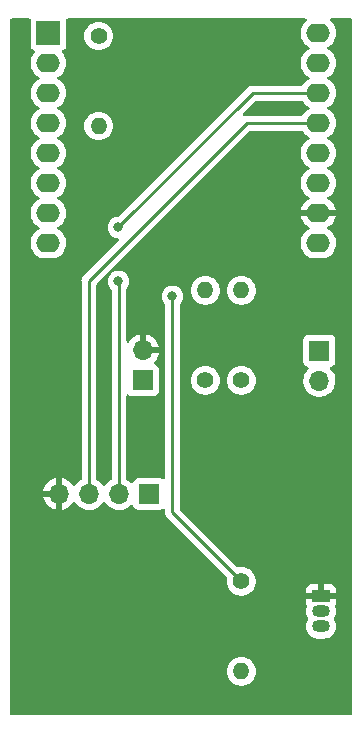
<source format=gbr>
%TF.GenerationSoftware,KiCad,Pcbnew,(6.0.9)*%
%TF.CreationDate,2023-04-16T11:33:14+02:00*%
%TF.ProjectId,PCB_zavrsni,5043425f-7a61-4767-9273-6e692e6b6963,rev?*%
%TF.SameCoordinates,Original*%
%TF.FileFunction,Copper,L2,Bot*%
%TF.FilePolarity,Positive*%
%FSLAX46Y46*%
G04 Gerber Fmt 4.6, Leading zero omitted, Abs format (unit mm)*
G04 Created by KiCad (PCBNEW (6.0.9)) date 2023-04-16 11:33:14*
%MOMM*%
%LPD*%
G01*
G04 APERTURE LIST*
%TA.AperFunction,ComponentPad*%
%ADD10C,1.400000*%
%TD*%
%TA.AperFunction,ComponentPad*%
%ADD11O,1.400000X1.400000*%
%TD*%
%TA.AperFunction,ComponentPad*%
%ADD12R,1.700000X1.700000*%
%TD*%
%TA.AperFunction,ComponentPad*%
%ADD13O,1.700000X1.700000*%
%TD*%
%TA.AperFunction,ComponentPad*%
%ADD14R,1.500000X1.050000*%
%TD*%
%TA.AperFunction,ComponentPad*%
%ADD15O,1.500000X1.050000*%
%TD*%
%TA.AperFunction,ComponentPad*%
%ADD16R,2.000000X2.000000*%
%TD*%
%TA.AperFunction,ComponentPad*%
%ADD17O,2.000000X1.600000*%
%TD*%
%TA.AperFunction,ViaPad*%
%ADD18C,0.800000*%
%TD*%
%TA.AperFunction,Conductor*%
%ADD19C,0.250000*%
%TD*%
G04 APERTURE END LIST*
D10*
%TO.P,R4,1*%
%TO.N,/SIGNAL*%
X212090000Y-90678000D03*
D11*
%TO.P,R4,2*%
%TO.N,/VCC*%
X212090000Y-98298000D03*
%TD*%
D12*
%TO.P,J1,1,Pin_1*%
%TO.N,/VCC*%
X204266000Y-83275000D03*
D13*
%TO.P,J1,2,Pin_2*%
%TO.N,/SCL*%
X201726000Y-83275000D03*
%TO.P,J1,3,Pin_3*%
%TO.N,/SDA*%
X199186000Y-83275000D03*
%TO.P,J1,4,Pin_4*%
%TO.N,/OUT-*%
X196646000Y-83275000D03*
%TD*%
D14*
%TO.P,U2,1,GND*%
%TO.N,/OUT-*%
X218842000Y-91948000D03*
D15*
%TO.P,U2,2,DQ*%
%TO.N,/SIGNAL*%
X218842000Y-93218000D03*
%TO.P,U2,3,VDD*%
%TO.N,/VCC*%
X218842000Y-94488000D03*
%TD*%
D16*
%TO.P,U1,1,~{RST}*%
%TO.N,/RST*%
X195750000Y-44250000D03*
D17*
%TO.P,U1,2,A0*%
%TO.N,/A0*%
X195750000Y-46790000D03*
%TO.P,U1,3,D0*%
%TO.N,/D0*%
X195750000Y-49330000D03*
%TO.P,U1,4,SCK/D5*%
%TO.N,/SIGNAL*%
X195750000Y-51870000D03*
%TO.P,U1,5,MISO/D6*%
%TO.N,/D6*%
X195750000Y-54410000D03*
%TO.P,U1,6,MOSI/D7*%
%TO.N,/D7*%
X195750000Y-56950000D03*
%TO.P,U1,7,CS/D8*%
%TO.N,/D8*%
X195750000Y-59490000D03*
%TO.P,U1,8,3V3*%
%TO.N,/VCC*%
X195750000Y-62030000D03*
%TO.P,U1,9,5V*%
%TO.N,/OUT+*%
X218610000Y-62030000D03*
%TO.P,U1,10,GND*%
%TO.N,/OUT-*%
X218610000Y-59490000D03*
%TO.P,U1,11,D4*%
%TO.N,/D4*%
X218610000Y-56950000D03*
%TO.P,U1,12,D3*%
%TO.N,/D3*%
X218610000Y-54410000D03*
%TO.P,U1,13,SDA/D2*%
%TO.N,/SDA*%
X218610000Y-51870000D03*
%TO.P,U1,14,SCL/D1*%
%TO.N,/SCL*%
X218610000Y-49330000D03*
%TO.P,U1,15,RX*%
%TO.N,/RX*%
X218610000Y-46790000D03*
%TO.P,U1,16,TX*%
%TO.N,/TX*%
X218610000Y-44250000D03*
%TD*%
D10*
%TO.P,R3,1*%
%TO.N,/RST*%
X200000000Y-44500000D03*
D11*
%TO.P,R3,2*%
%TO.N,/D0*%
X200000000Y-52120000D03*
%TD*%
D12*
%TO.P,J4,1,Pin_1*%
%TO.N,/BAT-*%
X203758000Y-73640000D03*
D13*
%TO.P,J4,2,Pin_2*%
%TO.N,/OUT-*%
X203758000Y-71100000D03*
%TD*%
D10*
%TO.P,R2,1*%
%TO.N,/BAT-*%
X209042000Y-73660000D03*
D11*
%TO.P,R2,2*%
%TO.N,/A0*%
X209042000Y-66040000D03*
%TD*%
D10*
%TO.P,R1,1*%
%TO.N,/BAT+*%
X212090000Y-73660000D03*
D11*
%TO.P,R1,2*%
%TO.N,/A0*%
X212090000Y-66040000D03*
%TD*%
D12*
%TO.P,J3,1,Pin_1*%
%TO.N,/OUT+*%
X218694000Y-71140000D03*
D13*
%TO.P,J3,2,Pin_2*%
%TO.N,/BAT+*%
X218694000Y-73680000D03*
%TD*%
D18*
%TO.N,/SIGNAL*%
X206248000Y-66548000D03*
%TO.N,/SCL*%
X201676000Y-65278000D03*
X201676000Y-60706000D03*
%TO.N,/OUT-*%
X213868000Y-50800000D03*
%TD*%
D19*
%TO.N,/SIGNAL*%
X206248000Y-84836000D02*
X212090000Y-90678000D01*
X206248000Y-66548000D02*
X206248000Y-84836000D01*
%TO.N,/SCL*%
X201676000Y-60706000D02*
X213052000Y-49330000D01*
X201726000Y-65328000D02*
X201726000Y-83275000D01*
X201676000Y-65278000D02*
X201726000Y-65328000D01*
X213052000Y-49330000D02*
X218610000Y-49330000D01*
%TO.N,/SDA*%
X212544000Y-51870000D02*
X199186000Y-65228000D01*
X199186000Y-65228000D02*
X199186000Y-83275000D01*
X218610000Y-51870000D02*
X212544000Y-51870000D01*
%TD*%
%TA.AperFunction,Conductor*%
%TO.N,/OUT-*%
G36*
X194190198Y-43028502D02*
G01*
X194236691Y-43082158D01*
X194247340Y-43148108D01*
X194241500Y-43201866D01*
X194241500Y-45298134D01*
X194248255Y-45360316D01*
X194299385Y-45496705D01*
X194386739Y-45613261D01*
X194503295Y-45700615D01*
X194511704Y-45703767D01*
X194511707Y-45703769D01*
X194527768Y-45709790D01*
X194584533Y-45752431D01*
X194609234Y-45818992D01*
X194594027Y-45888341D01*
X194572635Y-45916867D01*
X194543802Y-45945700D01*
X194412477Y-46133251D01*
X194410154Y-46138233D01*
X194410151Y-46138238D01*
X194318039Y-46335775D01*
X194315716Y-46340757D01*
X194256457Y-46561913D01*
X194236502Y-46790000D01*
X194256457Y-47018087D01*
X194315716Y-47239243D01*
X194318039Y-47244224D01*
X194318039Y-47244225D01*
X194410151Y-47441762D01*
X194410154Y-47441767D01*
X194412477Y-47446749D01*
X194543802Y-47634300D01*
X194705700Y-47796198D01*
X194710208Y-47799355D01*
X194710211Y-47799357D01*
X194788389Y-47854098D01*
X194893251Y-47927523D01*
X194898233Y-47929846D01*
X194898238Y-47929849D01*
X194932457Y-47945805D01*
X194985742Y-47992722D01*
X195005203Y-48060999D01*
X194984661Y-48128959D01*
X194932457Y-48174195D01*
X194898238Y-48190151D01*
X194898233Y-48190154D01*
X194893251Y-48192477D01*
X194788389Y-48265902D01*
X194710211Y-48320643D01*
X194710208Y-48320645D01*
X194705700Y-48323802D01*
X194543802Y-48485700D01*
X194412477Y-48673251D01*
X194410154Y-48678233D01*
X194410151Y-48678238D01*
X194325456Y-48859870D01*
X194315716Y-48880757D01*
X194256457Y-49101913D01*
X194236502Y-49330000D01*
X194256457Y-49558087D01*
X194315716Y-49779243D01*
X194318039Y-49784224D01*
X194318039Y-49784225D01*
X194410151Y-49981762D01*
X194410154Y-49981767D01*
X194412477Y-49986749D01*
X194543802Y-50174300D01*
X194705700Y-50336198D01*
X194710208Y-50339355D01*
X194710211Y-50339357D01*
X194788389Y-50394098D01*
X194893251Y-50467523D01*
X194898233Y-50469846D01*
X194898238Y-50469849D01*
X194932457Y-50485805D01*
X194985742Y-50532722D01*
X195005203Y-50600999D01*
X194984661Y-50668959D01*
X194932457Y-50714195D01*
X194898238Y-50730151D01*
X194898233Y-50730154D01*
X194893251Y-50732477D01*
X194788389Y-50805902D01*
X194710211Y-50860643D01*
X194710208Y-50860645D01*
X194705700Y-50863802D01*
X194543802Y-51025700D01*
X194412477Y-51213251D01*
X194410154Y-51218233D01*
X194410151Y-51218238D01*
X194323284Y-51404528D01*
X194315716Y-51420757D01*
X194314294Y-51426065D01*
X194314293Y-51426067D01*
X194292088Y-51508937D01*
X194256457Y-51641913D01*
X194236502Y-51870000D01*
X194256457Y-52098087D01*
X194257881Y-52103400D01*
X194257881Y-52103402D01*
X194263796Y-52125475D01*
X194315716Y-52319243D01*
X194318039Y-52324224D01*
X194318039Y-52324225D01*
X194410151Y-52521762D01*
X194410154Y-52521767D01*
X194412477Y-52526749D01*
X194543802Y-52714300D01*
X194705700Y-52876198D01*
X194710208Y-52879355D01*
X194710211Y-52879357D01*
X194744935Y-52903671D01*
X194893251Y-53007523D01*
X194898233Y-53009846D01*
X194898238Y-53009849D01*
X194932457Y-53025805D01*
X194985742Y-53072722D01*
X195005203Y-53140999D01*
X194984661Y-53208959D01*
X194932457Y-53254195D01*
X194898238Y-53270151D01*
X194898233Y-53270154D01*
X194893251Y-53272477D01*
X194807334Y-53332637D01*
X194710211Y-53400643D01*
X194710208Y-53400645D01*
X194705700Y-53403802D01*
X194543802Y-53565700D01*
X194412477Y-53753251D01*
X194410154Y-53758233D01*
X194410151Y-53758238D01*
X194318039Y-53955775D01*
X194315716Y-53960757D01*
X194256457Y-54181913D01*
X194236502Y-54410000D01*
X194256457Y-54638087D01*
X194315716Y-54859243D01*
X194318039Y-54864224D01*
X194318039Y-54864225D01*
X194410151Y-55061762D01*
X194410154Y-55061767D01*
X194412477Y-55066749D01*
X194543802Y-55254300D01*
X194705700Y-55416198D01*
X194710208Y-55419355D01*
X194710211Y-55419357D01*
X194788389Y-55474098D01*
X194893251Y-55547523D01*
X194898233Y-55549846D01*
X194898238Y-55549849D01*
X194932457Y-55565805D01*
X194985742Y-55612722D01*
X195005203Y-55680999D01*
X194984661Y-55748959D01*
X194932457Y-55794195D01*
X194898238Y-55810151D01*
X194898233Y-55810154D01*
X194893251Y-55812477D01*
X194788389Y-55885902D01*
X194710211Y-55940643D01*
X194710208Y-55940645D01*
X194705700Y-55943802D01*
X194543802Y-56105700D01*
X194412477Y-56293251D01*
X194410154Y-56298233D01*
X194410151Y-56298238D01*
X194318039Y-56495775D01*
X194315716Y-56500757D01*
X194256457Y-56721913D01*
X194236502Y-56950000D01*
X194256457Y-57178087D01*
X194315716Y-57399243D01*
X194318039Y-57404224D01*
X194318039Y-57404225D01*
X194410151Y-57601762D01*
X194410154Y-57601767D01*
X194412477Y-57606749D01*
X194543802Y-57794300D01*
X194705700Y-57956198D01*
X194710208Y-57959355D01*
X194710211Y-57959357D01*
X194788389Y-58014098D01*
X194893251Y-58087523D01*
X194898233Y-58089846D01*
X194898238Y-58089849D01*
X194932457Y-58105805D01*
X194985742Y-58152722D01*
X195005203Y-58220999D01*
X194984661Y-58288959D01*
X194932457Y-58334195D01*
X194898238Y-58350151D01*
X194898233Y-58350154D01*
X194893251Y-58352477D01*
X194788389Y-58425902D01*
X194710211Y-58480643D01*
X194710208Y-58480645D01*
X194705700Y-58483802D01*
X194543802Y-58645700D01*
X194412477Y-58833251D01*
X194410154Y-58838233D01*
X194410151Y-58838238D01*
X194410034Y-58838489D01*
X194315716Y-59040757D01*
X194256457Y-59261913D01*
X194236502Y-59490000D01*
X194256457Y-59718087D01*
X194257881Y-59723400D01*
X194257881Y-59723402D01*
X194289095Y-59839891D01*
X194315716Y-59939243D01*
X194318039Y-59944224D01*
X194318039Y-59944225D01*
X194410151Y-60141762D01*
X194410154Y-60141767D01*
X194412477Y-60146749D01*
X194485902Y-60251611D01*
X194539896Y-60328721D01*
X194543802Y-60334300D01*
X194705700Y-60496198D01*
X194710208Y-60499355D01*
X194710211Y-60499357D01*
X194725117Y-60509794D01*
X194893251Y-60627523D01*
X194898233Y-60629846D01*
X194898238Y-60629849D01*
X194932457Y-60645805D01*
X194985742Y-60692722D01*
X195005203Y-60760999D01*
X194984661Y-60828959D01*
X194932457Y-60874195D01*
X194898238Y-60890151D01*
X194898233Y-60890154D01*
X194893251Y-60892477D01*
X194879357Y-60902206D01*
X194710211Y-61020643D01*
X194710208Y-61020645D01*
X194705700Y-61023802D01*
X194543802Y-61185700D01*
X194540645Y-61190208D01*
X194540643Y-61190211D01*
X194485902Y-61268389D01*
X194412477Y-61373251D01*
X194410154Y-61378233D01*
X194410151Y-61378238D01*
X194318039Y-61575775D01*
X194315716Y-61580757D01*
X194314294Y-61586065D01*
X194314293Y-61586067D01*
X194301315Y-61634502D01*
X194256457Y-61801913D01*
X194236502Y-62030000D01*
X194256457Y-62258087D01*
X194315716Y-62479243D01*
X194318039Y-62484224D01*
X194318039Y-62484225D01*
X194410151Y-62681762D01*
X194410154Y-62681767D01*
X194412477Y-62686749D01*
X194543802Y-62874300D01*
X194705700Y-63036198D01*
X194710208Y-63039355D01*
X194710211Y-63039357D01*
X194788389Y-63094098D01*
X194893251Y-63167523D01*
X194898233Y-63169846D01*
X194898238Y-63169849D01*
X195095775Y-63261961D01*
X195100757Y-63264284D01*
X195106065Y-63265706D01*
X195106067Y-63265707D01*
X195316598Y-63322119D01*
X195316600Y-63322119D01*
X195321913Y-63323543D01*
X195421480Y-63332254D01*
X195490149Y-63338262D01*
X195490156Y-63338262D01*
X195492873Y-63338500D01*
X196007127Y-63338500D01*
X196009844Y-63338262D01*
X196009851Y-63338262D01*
X196078520Y-63332254D01*
X196178087Y-63323543D01*
X196183400Y-63322119D01*
X196183402Y-63322119D01*
X196393933Y-63265707D01*
X196393935Y-63265706D01*
X196399243Y-63264284D01*
X196404225Y-63261961D01*
X196601762Y-63169849D01*
X196601767Y-63169846D01*
X196606749Y-63167523D01*
X196711611Y-63094098D01*
X196789789Y-63039357D01*
X196789792Y-63039355D01*
X196794300Y-63036198D01*
X196956198Y-62874300D01*
X197087523Y-62686749D01*
X197089846Y-62681767D01*
X197089849Y-62681762D01*
X197181961Y-62484225D01*
X197181961Y-62484224D01*
X197184284Y-62479243D01*
X197243543Y-62258087D01*
X197263498Y-62030000D01*
X197243543Y-61801913D01*
X197198685Y-61634502D01*
X197185707Y-61586067D01*
X197185706Y-61586065D01*
X197184284Y-61580757D01*
X197181961Y-61575775D01*
X197089849Y-61378238D01*
X197089846Y-61378233D01*
X197087523Y-61373251D01*
X197014098Y-61268389D01*
X196959357Y-61190211D01*
X196959355Y-61190208D01*
X196956198Y-61185700D01*
X196794300Y-61023802D01*
X196789792Y-61020645D01*
X196789789Y-61020643D01*
X196620643Y-60902206D01*
X196606749Y-60892477D01*
X196601767Y-60890154D01*
X196601762Y-60890151D01*
X196567543Y-60874195D01*
X196514258Y-60827278D01*
X196494797Y-60759001D01*
X196515339Y-60691041D01*
X196567543Y-60645805D01*
X196601762Y-60629849D01*
X196601767Y-60629846D01*
X196606749Y-60627523D01*
X196774883Y-60509794D01*
X196789789Y-60499357D01*
X196789792Y-60499355D01*
X196794300Y-60496198D01*
X196956198Y-60334300D01*
X196960105Y-60328721D01*
X197014098Y-60251611D01*
X197087523Y-60146749D01*
X197089846Y-60141767D01*
X197089849Y-60141762D01*
X197181961Y-59944225D01*
X197181961Y-59944224D01*
X197184284Y-59939243D01*
X197210906Y-59839891D01*
X197242119Y-59723402D01*
X197242119Y-59723400D01*
X197243543Y-59718087D01*
X197263498Y-59490000D01*
X197243543Y-59261913D01*
X197184284Y-59040757D01*
X197089966Y-58838489D01*
X197089849Y-58838238D01*
X197089846Y-58838233D01*
X197087523Y-58833251D01*
X196956198Y-58645700D01*
X196794300Y-58483802D01*
X196789792Y-58480645D01*
X196789789Y-58480643D01*
X196711611Y-58425902D01*
X196606749Y-58352477D01*
X196601767Y-58350154D01*
X196601762Y-58350151D01*
X196567543Y-58334195D01*
X196514258Y-58287278D01*
X196494797Y-58219001D01*
X196515339Y-58151041D01*
X196567543Y-58105805D01*
X196601762Y-58089849D01*
X196601767Y-58089846D01*
X196606749Y-58087523D01*
X196711611Y-58014098D01*
X196789789Y-57959357D01*
X196789792Y-57959355D01*
X196794300Y-57956198D01*
X196956198Y-57794300D01*
X197087523Y-57606749D01*
X197089846Y-57601767D01*
X197089849Y-57601762D01*
X197181961Y-57404225D01*
X197181961Y-57404224D01*
X197184284Y-57399243D01*
X197243543Y-57178087D01*
X197263498Y-56950000D01*
X197243543Y-56721913D01*
X197184284Y-56500757D01*
X197181961Y-56495775D01*
X197089849Y-56298238D01*
X197089846Y-56298233D01*
X197087523Y-56293251D01*
X196956198Y-56105700D01*
X196794300Y-55943802D01*
X196789792Y-55940645D01*
X196789789Y-55940643D01*
X196711611Y-55885902D01*
X196606749Y-55812477D01*
X196601767Y-55810154D01*
X196601762Y-55810151D01*
X196567543Y-55794195D01*
X196514258Y-55747278D01*
X196494797Y-55679001D01*
X196515339Y-55611041D01*
X196567543Y-55565805D01*
X196601762Y-55549849D01*
X196601767Y-55549846D01*
X196606749Y-55547523D01*
X196711611Y-55474098D01*
X196789789Y-55419357D01*
X196789792Y-55419355D01*
X196794300Y-55416198D01*
X196956198Y-55254300D01*
X197087523Y-55066749D01*
X197089846Y-55061767D01*
X197089849Y-55061762D01*
X197181961Y-54864225D01*
X197181961Y-54864224D01*
X197184284Y-54859243D01*
X197243543Y-54638087D01*
X197263498Y-54410000D01*
X197243543Y-54181913D01*
X197184284Y-53960757D01*
X197181961Y-53955775D01*
X197089849Y-53758238D01*
X197089846Y-53758233D01*
X197087523Y-53753251D01*
X196956198Y-53565700D01*
X196794300Y-53403802D01*
X196789792Y-53400645D01*
X196789789Y-53400643D01*
X196692666Y-53332637D01*
X196606749Y-53272477D01*
X196601767Y-53270154D01*
X196601762Y-53270151D01*
X196567543Y-53254195D01*
X196514258Y-53207278D01*
X196494797Y-53139001D01*
X196515339Y-53071041D01*
X196567543Y-53025805D01*
X196601762Y-53009849D01*
X196601767Y-53009846D01*
X196606749Y-53007523D01*
X196755065Y-52903671D01*
X196789789Y-52879357D01*
X196789792Y-52879355D01*
X196794300Y-52876198D01*
X196956198Y-52714300D01*
X197087523Y-52526749D01*
X197089846Y-52521767D01*
X197089849Y-52521762D01*
X197181961Y-52324225D01*
X197181961Y-52324224D01*
X197184284Y-52319243D01*
X197236205Y-52125475D01*
X197237672Y-52120000D01*
X198786884Y-52120000D01*
X198805314Y-52330655D01*
X198860044Y-52534910D01*
X198862366Y-52539891D01*
X198862367Y-52539892D01*
X198870452Y-52557229D01*
X198949411Y-52726558D01*
X199070699Y-52899776D01*
X199220224Y-53049301D01*
X199393442Y-53170589D01*
X199398420Y-53172910D01*
X199398423Y-53172912D01*
X199580108Y-53257633D01*
X199585090Y-53259956D01*
X199590398Y-53261378D01*
X199590400Y-53261379D01*
X199784030Y-53313262D01*
X199784032Y-53313262D01*
X199789345Y-53314686D01*
X200000000Y-53333116D01*
X200210655Y-53314686D01*
X200215968Y-53313262D01*
X200215970Y-53313262D01*
X200409600Y-53261379D01*
X200409602Y-53261378D01*
X200414910Y-53259956D01*
X200419892Y-53257633D01*
X200601577Y-53172912D01*
X200601580Y-53172910D01*
X200606558Y-53170589D01*
X200779776Y-53049301D01*
X200929301Y-52899776D01*
X201050589Y-52726558D01*
X201129549Y-52557229D01*
X201137633Y-52539892D01*
X201137634Y-52539891D01*
X201139956Y-52534910D01*
X201194686Y-52330655D01*
X201213116Y-52120000D01*
X201194686Y-51909345D01*
X201139956Y-51705090D01*
X201137633Y-51700108D01*
X201052912Y-51518423D01*
X201052910Y-51518420D01*
X201050589Y-51513442D01*
X200929301Y-51340224D01*
X200779776Y-51190699D01*
X200606558Y-51069411D01*
X200601580Y-51067090D01*
X200601577Y-51067088D01*
X200419892Y-50982367D01*
X200419891Y-50982366D01*
X200414910Y-50980044D01*
X200409602Y-50978622D01*
X200409600Y-50978621D01*
X200215970Y-50926738D01*
X200215968Y-50926738D01*
X200210655Y-50925314D01*
X200000000Y-50906884D01*
X199789345Y-50925314D01*
X199784032Y-50926738D01*
X199784030Y-50926738D01*
X199590400Y-50978621D01*
X199590398Y-50978622D01*
X199585090Y-50980044D01*
X199580109Y-50982366D01*
X199580108Y-50982367D01*
X199398423Y-51067088D01*
X199398420Y-51067090D01*
X199393442Y-51069411D01*
X199220224Y-51190699D01*
X199070699Y-51340224D01*
X198949411Y-51513442D01*
X198947090Y-51518420D01*
X198947088Y-51518423D01*
X198862367Y-51700108D01*
X198860044Y-51705090D01*
X198805314Y-51909345D01*
X198786884Y-52120000D01*
X197237672Y-52120000D01*
X197242119Y-52103402D01*
X197242119Y-52103400D01*
X197243543Y-52098087D01*
X197263498Y-51870000D01*
X197243543Y-51641913D01*
X197207912Y-51508937D01*
X197185707Y-51426067D01*
X197185706Y-51426065D01*
X197184284Y-51420757D01*
X197176716Y-51404528D01*
X197089849Y-51218238D01*
X197089846Y-51218233D01*
X197087523Y-51213251D01*
X196956198Y-51025700D01*
X196794300Y-50863802D01*
X196789792Y-50860645D01*
X196789789Y-50860643D01*
X196711611Y-50805902D01*
X196606749Y-50732477D01*
X196601767Y-50730154D01*
X196601762Y-50730151D01*
X196567543Y-50714195D01*
X196514258Y-50667278D01*
X196494797Y-50599001D01*
X196515339Y-50531041D01*
X196567543Y-50485805D01*
X196601762Y-50469849D01*
X196601767Y-50469846D01*
X196606749Y-50467523D01*
X196711611Y-50394098D01*
X196789789Y-50339357D01*
X196789792Y-50339355D01*
X196794300Y-50336198D01*
X196956198Y-50174300D01*
X197087523Y-49986749D01*
X197089846Y-49981767D01*
X197089849Y-49981762D01*
X197181961Y-49784225D01*
X197181961Y-49784224D01*
X197184284Y-49779243D01*
X197243543Y-49558087D01*
X197263498Y-49330000D01*
X197243543Y-49101913D01*
X197184284Y-48880757D01*
X197174544Y-48859870D01*
X197089849Y-48678238D01*
X197089846Y-48678233D01*
X197087523Y-48673251D01*
X196956198Y-48485700D01*
X196794300Y-48323802D01*
X196789792Y-48320645D01*
X196789789Y-48320643D01*
X196711611Y-48265902D01*
X196606749Y-48192477D01*
X196601767Y-48190154D01*
X196601762Y-48190151D01*
X196567543Y-48174195D01*
X196514258Y-48127278D01*
X196494797Y-48059001D01*
X196515339Y-47991041D01*
X196567543Y-47945805D01*
X196601762Y-47929849D01*
X196601767Y-47929846D01*
X196606749Y-47927523D01*
X196711611Y-47854098D01*
X196789789Y-47799357D01*
X196789792Y-47799355D01*
X196794300Y-47796198D01*
X196956198Y-47634300D01*
X197087523Y-47446749D01*
X197089846Y-47441767D01*
X197089849Y-47441762D01*
X197181961Y-47244225D01*
X197181961Y-47244224D01*
X197184284Y-47239243D01*
X197243543Y-47018087D01*
X197263498Y-46790000D01*
X197243543Y-46561913D01*
X197184284Y-46340757D01*
X197181961Y-46335775D01*
X197089849Y-46138238D01*
X197089846Y-46138233D01*
X197087523Y-46133251D01*
X196956198Y-45945700D01*
X196927365Y-45916867D01*
X196893339Y-45854555D01*
X196898404Y-45783740D01*
X196940951Y-45726904D01*
X196972232Y-45709790D01*
X196988293Y-45703769D01*
X196988296Y-45703767D01*
X196996705Y-45700615D01*
X197113261Y-45613261D01*
X197200615Y-45496705D01*
X197251745Y-45360316D01*
X197258500Y-45298134D01*
X197258500Y-44500000D01*
X198786884Y-44500000D01*
X198805314Y-44710655D01*
X198860044Y-44914910D01*
X198949411Y-45106558D01*
X199070699Y-45279776D01*
X199220224Y-45429301D01*
X199393442Y-45550589D01*
X199398420Y-45552910D01*
X199398423Y-45552912D01*
X199580108Y-45637633D01*
X199585090Y-45639956D01*
X199590398Y-45641378D01*
X199590400Y-45641379D01*
X199784030Y-45693262D01*
X199784032Y-45693262D01*
X199789345Y-45694686D01*
X200000000Y-45713116D01*
X200210655Y-45694686D01*
X200215968Y-45693262D01*
X200215970Y-45693262D01*
X200409600Y-45641379D01*
X200409602Y-45641378D01*
X200414910Y-45639956D01*
X200419892Y-45637633D01*
X200601577Y-45552912D01*
X200601580Y-45552910D01*
X200606558Y-45550589D01*
X200779776Y-45429301D01*
X200929301Y-45279776D01*
X201050589Y-45106558D01*
X201139956Y-44914910D01*
X201194686Y-44710655D01*
X201213116Y-44500000D01*
X201194686Y-44289345D01*
X201139956Y-44085090D01*
X201137633Y-44080108D01*
X201052912Y-43898423D01*
X201052910Y-43898420D01*
X201050589Y-43893442D01*
X200929301Y-43720224D01*
X200779776Y-43570699D01*
X200606558Y-43449411D01*
X200601580Y-43447090D01*
X200601577Y-43447088D01*
X200419892Y-43362367D01*
X200419891Y-43362366D01*
X200414910Y-43360044D01*
X200409602Y-43358622D01*
X200409600Y-43358621D01*
X200215970Y-43306738D01*
X200215968Y-43306738D01*
X200210655Y-43305314D01*
X200000000Y-43286884D01*
X199789345Y-43305314D01*
X199784032Y-43306738D01*
X199784030Y-43306738D01*
X199590400Y-43358621D01*
X199590398Y-43358622D01*
X199585090Y-43360044D01*
X199580109Y-43362366D01*
X199580108Y-43362367D01*
X199398423Y-43447088D01*
X199398420Y-43447090D01*
X199393442Y-43449411D01*
X199220224Y-43570699D01*
X199070699Y-43720224D01*
X198949411Y-43893442D01*
X198947090Y-43898420D01*
X198947088Y-43898423D01*
X198862367Y-44080108D01*
X198860044Y-44085090D01*
X198805314Y-44289345D01*
X198786884Y-44500000D01*
X197258500Y-44500000D01*
X197258500Y-43201866D01*
X197252660Y-43148108D01*
X197265188Y-43078225D01*
X197313509Y-43026210D01*
X197377923Y-43008500D01*
X217502125Y-43008500D01*
X217570246Y-43028502D01*
X217616739Y-43082158D01*
X217626843Y-43152432D01*
X217597349Y-43217012D01*
X217574396Y-43237713D01*
X217570211Y-43240643D01*
X217570208Y-43240645D01*
X217565700Y-43243802D01*
X217403802Y-43405700D01*
X217272477Y-43593251D01*
X217270154Y-43598233D01*
X217270151Y-43598238D01*
X217215085Y-43716329D01*
X217175716Y-43800757D01*
X217116457Y-44021913D01*
X217096502Y-44250000D01*
X217116457Y-44478087D01*
X217117881Y-44483400D01*
X217117881Y-44483402D01*
X217123796Y-44505475D01*
X217175716Y-44699243D01*
X217178039Y-44704224D01*
X217178039Y-44704225D01*
X217270151Y-44901762D01*
X217270154Y-44901767D01*
X217272477Y-44906749D01*
X217403802Y-45094300D01*
X217565700Y-45256198D01*
X217570208Y-45259355D01*
X217570211Y-45259357D01*
X217630442Y-45301531D01*
X217753251Y-45387523D01*
X217758233Y-45389846D01*
X217758238Y-45389849D01*
X217792457Y-45405805D01*
X217845742Y-45452722D01*
X217865203Y-45520999D01*
X217844661Y-45588959D01*
X217792457Y-45634195D01*
X217758238Y-45650151D01*
X217758233Y-45650154D01*
X217753251Y-45652477D01*
X217692195Y-45695229D01*
X217570211Y-45780643D01*
X217570208Y-45780645D01*
X217565700Y-45783802D01*
X217403802Y-45945700D01*
X217272477Y-46133251D01*
X217270154Y-46138233D01*
X217270151Y-46138238D01*
X217178039Y-46335775D01*
X217175716Y-46340757D01*
X217116457Y-46561913D01*
X217096502Y-46790000D01*
X217116457Y-47018087D01*
X217175716Y-47239243D01*
X217178039Y-47244224D01*
X217178039Y-47244225D01*
X217270151Y-47441762D01*
X217270154Y-47441767D01*
X217272477Y-47446749D01*
X217403802Y-47634300D01*
X217565700Y-47796198D01*
X217570208Y-47799355D01*
X217570211Y-47799357D01*
X217648389Y-47854098D01*
X217753251Y-47927523D01*
X217758233Y-47929846D01*
X217758238Y-47929849D01*
X217792457Y-47945805D01*
X217845742Y-47992722D01*
X217865203Y-48060999D01*
X217844661Y-48128959D01*
X217792457Y-48174195D01*
X217758238Y-48190151D01*
X217758233Y-48190154D01*
X217753251Y-48192477D01*
X217648389Y-48265902D01*
X217570211Y-48320643D01*
X217570208Y-48320645D01*
X217565700Y-48323802D01*
X217403802Y-48485700D01*
X217400645Y-48490208D01*
X217400643Y-48490211D01*
X217293819Y-48642771D01*
X217238362Y-48687099D01*
X217190606Y-48696500D01*
X213130763Y-48696500D01*
X213119579Y-48695973D01*
X213112091Y-48694299D01*
X213104168Y-48694548D01*
X213044033Y-48696438D01*
X213040075Y-48696500D01*
X213012144Y-48696500D01*
X213008229Y-48696995D01*
X213008225Y-48696995D01*
X213008167Y-48697003D01*
X213008138Y-48697006D01*
X212996296Y-48697939D01*
X212952110Y-48699327D01*
X212934744Y-48704372D01*
X212932658Y-48704978D01*
X212913306Y-48708986D01*
X212901068Y-48710532D01*
X212901066Y-48710533D01*
X212893203Y-48711526D01*
X212852086Y-48727806D01*
X212840885Y-48731641D01*
X212798406Y-48743982D01*
X212791587Y-48748015D01*
X212791582Y-48748017D01*
X212780971Y-48754293D01*
X212763221Y-48762990D01*
X212744383Y-48770448D01*
X212737967Y-48775109D01*
X212737966Y-48775110D01*
X212708625Y-48796428D01*
X212698701Y-48802947D01*
X212667460Y-48821422D01*
X212667455Y-48821426D01*
X212660637Y-48825458D01*
X212646313Y-48839782D01*
X212631281Y-48852621D01*
X212614893Y-48864528D01*
X212586712Y-48898593D01*
X212578722Y-48907373D01*
X201725500Y-59760595D01*
X201663188Y-59794621D01*
X201636405Y-59797500D01*
X201580513Y-59797500D01*
X201574061Y-59798872D01*
X201574056Y-59798872D01*
X201487113Y-59817353D01*
X201393712Y-59837206D01*
X201387682Y-59839891D01*
X201387681Y-59839891D01*
X201225278Y-59912197D01*
X201225276Y-59912198D01*
X201219248Y-59914882D01*
X201213907Y-59918762D01*
X201213906Y-59918763D01*
X201185718Y-59939243D01*
X201064747Y-60027134D01*
X201060326Y-60032044D01*
X201060325Y-60032045D01*
X200961536Y-60141762D01*
X200936960Y-60169056D01*
X200841473Y-60334444D01*
X200782458Y-60516072D01*
X200762496Y-60706000D01*
X200763186Y-60712565D01*
X200768248Y-60760723D01*
X200782458Y-60895928D01*
X200841473Y-61077556D01*
X200936960Y-61242944D01*
X201064747Y-61384866D01*
X201219248Y-61497118D01*
X201225276Y-61499802D01*
X201225278Y-61499803D01*
X201387681Y-61572109D01*
X201393712Y-61574794D01*
X201487113Y-61594647D01*
X201574056Y-61613128D01*
X201574061Y-61613128D01*
X201580513Y-61614500D01*
X201599405Y-61614500D01*
X201667526Y-61634502D01*
X201714019Y-61688158D01*
X201724123Y-61758432D01*
X201694629Y-61823012D01*
X201688500Y-61829595D01*
X198793747Y-64724348D01*
X198785461Y-64731888D01*
X198778982Y-64736000D01*
X198773557Y-64741777D01*
X198732357Y-64785651D01*
X198729602Y-64788493D01*
X198709865Y-64808230D01*
X198707385Y-64811427D01*
X198699682Y-64820447D01*
X198669414Y-64852679D01*
X198665595Y-64859625D01*
X198665593Y-64859628D01*
X198659652Y-64870434D01*
X198648801Y-64886953D01*
X198636386Y-64902959D01*
X198633241Y-64910228D01*
X198633238Y-64910232D01*
X198618826Y-64943537D01*
X198613609Y-64954187D01*
X198592305Y-64992940D01*
X198590334Y-65000615D01*
X198590334Y-65000616D01*
X198587267Y-65012562D01*
X198580863Y-65031266D01*
X198572819Y-65049855D01*
X198571580Y-65057678D01*
X198571577Y-65057688D01*
X198565901Y-65093524D01*
X198563495Y-65105144D01*
X198552500Y-65147970D01*
X198552500Y-65168224D01*
X198550949Y-65187934D01*
X198547780Y-65207943D01*
X198548526Y-65215835D01*
X198551941Y-65251961D01*
X198552500Y-65263819D01*
X198552500Y-81996692D01*
X198532498Y-82064813D01*
X198484683Y-82108453D01*
X198459607Y-82121507D01*
X198455474Y-82124610D01*
X198455471Y-82124612D01*
X198285100Y-82252530D01*
X198280965Y-82255635D01*
X198255541Y-82282240D01*
X198187280Y-82353671D01*
X198126629Y-82417138D01*
X198123720Y-82421403D01*
X198123714Y-82421411D01*
X198111404Y-82439457D01*
X198019204Y-82574618D01*
X198018898Y-82575066D01*
X197963987Y-82620069D01*
X197893462Y-82628240D01*
X197829715Y-82596986D01*
X197809018Y-82572502D01*
X197728426Y-82447926D01*
X197722136Y-82439757D01*
X197578806Y-82282240D01*
X197571273Y-82275215D01*
X197404139Y-82143222D01*
X197395552Y-82137517D01*
X197209117Y-82034599D01*
X197199705Y-82030369D01*
X196998959Y-81959280D01*
X196988988Y-81956646D01*
X196917837Y-81943972D01*
X196904540Y-81945432D01*
X196900000Y-81959989D01*
X196900000Y-84593517D01*
X196904064Y-84607359D01*
X196917478Y-84609393D01*
X196924184Y-84608534D01*
X196934262Y-84606392D01*
X197138255Y-84545191D01*
X197147842Y-84541433D01*
X197339095Y-84447739D01*
X197347945Y-84442464D01*
X197521328Y-84318792D01*
X197529200Y-84312139D01*
X197680052Y-84161812D01*
X197686730Y-84153965D01*
X197814022Y-83976819D01*
X197815279Y-83977722D01*
X197862373Y-83934362D01*
X197932311Y-83922145D01*
X197997751Y-83949678D01*
X198025579Y-83981511D01*
X198085987Y-84080088D01*
X198232250Y-84248938D01*
X198404126Y-84391632D01*
X198597000Y-84504338D01*
X198805692Y-84584030D01*
X198810760Y-84585061D01*
X198810763Y-84585062D01*
X198905862Y-84604410D01*
X199024597Y-84628567D01*
X199029772Y-84628757D01*
X199029774Y-84628757D01*
X199242673Y-84636564D01*
X199242677Y-84636564D01*
X199247837Y-84636753D01*
X199252957Y-84636097D01*
X199252959Y-84636097D01*
X199464288Y-84609025D01*
X199464289Y-84609025D01*
X199469416Y-84608368D01*
X199474366Y-84606883D01*
X199678429Y-84545661D01*
X199678434Y-84545659D01*
X199683384Y-84544174D01*
X199883994Y-84445896D01*
X200065860Y-84316173D01*
X200224096Y-84158489D01*
X200354453Y-83977077D01*
X200355776Y-83978028D01*
X200402645Y-83934857D01*
X200472580Y-83922625D01*
X200538026Y-83950144D01*
X200565875Y-83981994D01*
X200625987Y-84080088D01*
X200772250Y-84248938D01*
X200944126Y-84391632D01*
X201137000Y-84504338D01*
X201345692Y-84584030D01*
X201350760Y-84585061D01*
X201350763Y-84585062D01*
X201445862Y-84604410D01*
X201564597Y-84628567D01*
X201569772Y-84628757D01*
X201569774Y-84628757D01*
X201782673Y-84636564D01*
X201782677Y-84636564D01*
X201787837Y-84636753D01*
X201792957Y-84636097D01*
X201792959Y-84636097D01*
X202004288Y-84609025D01*
X202004289Y-84609025D01*
X202009416Y-84608368D01*
X202014366Y-84606883D01*
X202218429Y-84545661D01*
X202218434Y-84545659D01*
X202223384Y-84544174D01*
X202423994Y-84445896D01*
X202605860Y-84316173D01*
X202714091Y-84208319D01*
X202776462Y-84174404D01*
X202847268Y-84179592D01*
X202904030Y-84222238D01*
X202921012Y-84253341D01*
X202965385Y-84371705D01*
X203052739Y-84488261D01*
X203169295Y-84575615D01*
X203305684Y-84626745D01*
X203367866Y-84633500D01*
X205164134Y-84633500D01*
X205226316Y-84626745D01*
X205362705Y-84575615D01*
X205402673Y-84545661D01*
X205412935Y-84537970D01*
X205479442Y-84513122D01*
X205548824Y-84528175D01*
X205599054Y-84578350D01*
X205614500Y-84638796D01*
X205614500Y-84757233D01*
X205613973Y-84768416D01*
X205612298Y-84775909D01*
X205612547Y-84783835D01*
X205612547Y-84783836D01*
X205614438Y-84843986D01*
X205614500Y-84847945D01*
X205614500Y-84875856D01*
X205614997Y-84879790D01*
X205614997Y-84879791D01*
X205615005Y-84879856D01*
X205615938Y-84891693D01*
X205617327Y-84935889D01*
X205622978Y-84955339D01*
X205626987Y-84974700D01*
X205629526Y-84994797D01*
X205632445Y-85002168D01*
X205632445Y-85002170D01*
X205645804Y-85035912D01*
X205649649Y-85047142D01*
X205661982Y-85089593D01*
X205666015Y-85096412D01*
X205666017Y-85096417D01*
X205672293Y-85107028D01*
X205680988Y-85124776D01*
X205688448Y-85143617D01*
X205693110Y-85150033D01*
X205693110Y-85150034D01*
X205714436Y-85179387D01*
X205720952Y-85189307D01*
X205743458Y-85227362D01*
X205757779Y-85241683D01*
X205770619Y-85256716D01*
X205782528Y-85273107D01*
X205788634Y-85278158D01*
X205816605Y-85301298D01*
X205825384Y-85309288D01*
X210862557Y-90346461D01*
X210896583Y-90408773D01*
X210897548Y-90457437D01*
X210896738Y-90462029D01*
X210895314Y-90467345D01*
X210876884Y-90678000D01*
X210895314Y-90888655D01*
X210896738Y-90893968D01*
X210896738Y-90893970D01*
X210939810Y-91054715D01*
X210950044Y-91092910D01*
X211039411Y-91284558D01*
X211160699Y-91457776D01*
X211310224Y-91607301D01*
X211483442Y-91728589D01*
X211488420Y-91730910D01*
X211488423Y-91730912D01*
X211670108Y-91815633D01*
X211675090Y-91817956D01*
X211680398Y-91819378D01*
X211680400Y-91819379D01*
X211874030Y-91871262D01*
X211874032Y-91871262D01*
X211879345Y-91872686D01*
X212090000Y-91891116D01*
X212300655Y-91872686D01*
X212305968Y-91871262D01*
X212305970Y-91871262D01*
X212499600Y-91819379D01*
X212499602Y-91819378D01*
X212504910Y-91817956D01*
X212509892Y-91815633D01*
X212691577Y-91730912D01*
X212691580Y-91730910D01*
X212696558Y-91728589D01*
X212771827Y-91675885D01*
X217584000Y-91675885D01*
X217588475Y-91691124D01*
X217589865Y-91692329D01*
X217597548Y-91694000D01*
X218569885Y-91694000D01*
X218585124Y-91689525D01*
X218586329Y-91688135D01*
X218588000Y-91680452D01*
X218588000Y-91675885D01*
X219096000Y-91675885D01*
X219100475Y-91691124D01*
X219101865Y-91692329D01*
X219109548Y-91694000D01*
X220081884Y-91694000D01*
X220097123Y-91689525D01*
X220098328Y-91688135D01*
X220099999Y-91680452D01*
X220099999Y-91378331D01*
X220099629Y-91371510D01*
X220094105Y-91320648D01*
X220090479Y-91305396D01*
X220045324Y-91184946D01*
X220036786Y-91169351D01*
X219960285Y-91067276D01*
X219947724Y-91054715D01*
X219845649Y-90978214D01*
X219830054Y-90969676D01*
X219709606Y-90924522D01*
X219694351Y-90920895D01*
X219643486Y-90915369D01*
X219636672Y-90915000D01*
X219114115Y-90915000D01*
X219098876Y-90919475D01*
X219097671Y-90920865D01*
X219096000Y-90928548D01*
X219096000Y-91675885D01*
X218588000Y-91675885D01*
X218588000Y-90933116D01*
X218583525Y-90917877D01*
X218582135Y-90916672D01*
X218574452Y-90915001D01*
X218047331Y-90915001D01*
X218040510Y-90915371D01*
X217989648Y-90920895D01*
X217974396Y-90924521D01*
X217853946Y-90969676D01*
X217838351Y-90978214D01*
X217736276Y-91054715D01*
X217723715Y-91067276D01*
X217647214Y-91169351D01*
X217638676Y-91184946D01*
X217593522Y-91305394D01*
X217589895Y-91320649D01*
X217584369Y-91371514D01*
X217584000Y-91378328D01*
X217584000Y-91675885D01*
X212771827Y-91675885D01*
X212869776Y-91607301D01*
X213019301Y-91457776D01*
X213140589Y-91284558D01*
X213229956Y-91092910D01*
X213240191Y-91054715D01*
X213283262Y-90893970D01*
X213283262Y-90893968D01*
X213284686Y-90888655D01*
X213303116Y-90678000D01*
X213284686Y-90467345D01*
X213268992Y-90408773D01*
X213231379Y-90268400D01*
X213231378Y-90268398D01*
X213229956Y-90263090D01*
X213140589Y-90071442D01*
X213019301Y-89898224D01*
X212869776Y-89748699D01*
X212696558Y-89627411D01*
X212691580Y-89625090D01*
X212691577Y-89625088D01*
X212509892Y-89540367D01*
X212509891Y-89540366D01*
X212504910Y-89538044D01*
X212499602Y-89536622D01*
X212499600Y-89536621D01*
X212305970Y-89484738D01*
X212305968Y-89484738D01*
X212300655Y-89483314D01*
X212090000Y-89464884D01*
X212084525Y-89465363D01*
X211884816Y-89482835D01*
X211884812Y-89482836D01*
X211879345Y-89483314D01*
X211874039Y-89484736D01*
X211869439Y-89485547D01*
X211798879Y-89477679D01*
X211758462Y-89450557D01*
X206918405Y-84610500D01*
X206884379Y-84548188D01*
X206881500Y-84521405D01*
X206881500Y-73660000D01*
X207828884Y-73660000D01*
X207847314Y-73870655D01*
X207902044Y-74074910D01*
X207904366Y-74079891D01*
X207904367Y-74079892D01*
X207949583Y-74176857D01*
X207991411Y-74266558D01*
X208112699Y-74439776D01*
X208262224Y-74589301D01*
X208435442Y-74710589D01*
X208440420Y-74712910D01*
X208440423Y-74712912D01*
X208622108Y-74797633D01*
X208627090Y-74799956D01*
X208632398Y-74801378D01*
X208632400Y-74801379D01*
X208826030Y-74853262D01*
X208826032Y-74853262D01*
X208831345Y-74854686D01*
X209042000Y-74873116D01*
X209252655Y-74854686D01*
X209257968Y-74853262D01*
X209257970Y-74853262D01*
X209451600Y-74801379D01*
X209451602Y-74801378D01*
X209456910Y-74799956D01*
X209461892Y-74797633D01*
X209643577Y-74712912D01*
X209643580Y-74712910D01*
X209648558Y-74710589D01*
X209821776Y-74589301D01*
X209971301Y-74439776D01*
X210092589Y-74266558D01*
X210134418Y-74176857D01*
X210179633Y-74079892D01*
X210179634Y-74079891D01*
X210181956Y-74074910D01*
X210236686Y-73870655D01*
X210255116Y-73660000D01*
X210876884Y-73660000D01*
X210895314Y-73870655D01*
X210950044Y-74074910D01*
X210952366Y-74079891D01*
X210952367Y-74079892D01*
X210997583Y-74176857D01*
X211039411Y-74266558D01*
X211160699Y-74439776D01*
X211310224Y-74589301D01*
X211483442Y-74710589D01*
X211488420Y-74712910D01*
X211488423Y-74712912D01*
X211670108Y-74797633D01*
X211675090Y-74799956D01*
X211680398Y-74801378D01*
X211680400Y-74801379D01*
X211874030Y-74853262D01*
X211874032Y-74853262D01*
X211879345Y-74854686D01*
X212090000Y-74873116D01*
X212300655Y-74854686D01*
X212305968Y-74853262D01*
X212305970Y-74853262D01*
X212499600Y-74801379D01*
X212499602Y-74801378D01*
X212504910Y-74799956D01*
X212509892Y-74797633D01*
X212691577Y-74712912D01*
X212691580Y-74712910D01*
X212696558Y-74710589D01*
X212869776Y-74589301D01*
X213019301Y-74439776D01*
X213140589Y-74266558D01*
X213182418Y-74176857D01*
X213227633Y-74079892D01*
X213227634Y-74079891D01*
X213229956Y-74074910D01*
X213284686Y-73870655D01*
X213303116Y-73660000D01*
X213301952Y-73646695D01*
X217331251Y-73646695D01*
X217331548Y-73651848D01*
X217331548Y-73651851D01*
X217337011Y-73746590D01*
X217344110Y-73869715D01*
X217345247Y-73874761D01*
X217345248Y-73874767D01*
X217365119Y-73962939D01*
X217393222Y-74087639D01*
X217477266Y-74294616D01*
X217593987Y-74485088D01*
X217740250Y-74653938D01*
X217912126Y-74796632D01*
X218105000Y-74909338D01*
X218313692Y-74989030D01*
X218318760Y-74990061D01*
X218318763Y-74990062D01*
X218426017Y-75011883D01*
X218532597Y-75033567D01*
X218537772Y-75033757D01*
X218537774Y-75033757D01*
X218750673Y-75041564D01*
X218750677Y-75041564D01*
X218755837Y-75041753D01*
X218760957Y-75041097D01*
X218760959Y-75041097D01*
X218972288Y-75014025D01*
X218972289Y-75014025D01*
X218977416Y-75013368D01*
X218982366Y-75011883D01*
X219186429Y-74950661D01*
X219186434Y-74950659D01*
X219191384Y-74949174D01*
X219391994Y-74850896D01*
X219573860Y-74721173D01*
X219732096Y-74563489D01*
X219791594Y-74480689D01*
X219859435Y-74386277D01*
X219862453Y-74382077D01*
X219922008Y-74261577D01*
X219959136Y-74186453D01*
X219959137Y-74186451D01*
X219961430Y-74181811D01*
X220026370Y-73968069D01*
X220055529Y-73746590D01*
X220057156Y-73680000D01*
X220038852Y-73457361D01*
X219984431Y-73240702D01*
X219895354Y-73035840D01*
X219855906Y-72974862D01*
X219776822Y-72852617D01*
X219776820Y-72852614D01*
X219774014Y-72848277D01*
X219770532Y-72844450D01*
X219626798Y-72686488D01*
X219595746Y-72622642D01*
X219604141Y-72552143D01*
X219649317Y-72497375D01*
X219675761Y-72483706D01*
X219782297Y-72443767D01*
X219790705Y-72440615D01*
X219907261Y-72353261D01*
X219994615Y-72236705D01*
X220045745Y-72100316D01*
X220052500Y-72038134D01*
X220052500Y-70241866D01*
X220045745Y-70179684D01*
X219994615Y-70043295D01*
X219907261Y-69926739D01*
X219790705Y-69839385D01*
X219654316Y-69788255D01*
X219592134Y-69781500D01*
X217795866Y-69781500D01*
X217733684Y-69788255D01*
X217597295Y-69839385D01*
X217480739Y-69926739D01*
X217393385Y-70043295D01*
X217342255Y-70179684D01*
X217335500Y-70241866D01*
X217335500Y-72038134D01*
X217342255Y-72100316D01*
X217393385Y-72236705D01*
X217480739Y-72353261D01*
X217597295Y-72440615D01*
X217605704Y-72443767D01*
X217605705Y-72443768D01*
X217714451Y-72484535D01*
X217771216Y-72527176D01*
X217795916Y-72593738D01*
X217780709Y-72663087D01*
X217761316Y-72689568D01*
X217634629Y-72822138D01*
X217631715Y-72826410D01*
X217631714Y-72826411D01*
X217546556Y-72951249D01*
X217508743Y-73006680D01*
X217414688Y-73209305D01*
X217354989Y-73424570D01*
X217331251Y-73646695D01*
X213301952Y-73646695D01*
X213284686Y-73449345D01*
X213229956Y-73245090D01*
X213140589Y-73053442D01*
X213019301Y-72880224D01*
X212869776Y-72730699D01*
X212696558Y-72609411D01*
X212691580Y-72607090D01*
X212691577Y-72607088D01*
X212509892Y-72522367D01*
X212509891Y-72522366D01*
X212504910Y-72520044D01*
X212499602Y-72518622D01*
X212499600Y-72518621D01*
X212305970Y-72466738D01*
X212305968Y-72466738D01*
X212300655Y-72465314D01*
X212090000Y-72446884D01*
X211879345Y-72465314D01*
X211874032Y-72466738D01*
X211874030Y-72466738D01*
X211680400Y-72518621D01*
X211680398Y-72518622D01*
X211675090Y-72520044D01*
X211670109Y-72522366D01*
X211670108Y-72522367D01*
X211488423Y-72607088D01*
X211488420Y-72607090D01*
X211483442Y-72609411D01*
X211310224Y-72730699D01*
X211160699Y-72880224D01*
X211039411Y-73053442D01*
X210950044Y-73245090D01*
X210895314Y-73449345D01*
X210876884Y-73660000D01*
X210255116Y-73660000D01*
X210236686Y-73449345D01*
X210181956Y-73245090D01*
X210092589Y-73053442D01*
X209971301Y-72880224D01*
X209821776Y-72730699D01*
X209648558Y-72609411D01*
X209643580Y-72607090D01*
X209643577Y-72607088D01*
X209461892Y-72522367D01*
X209461891Y-72522366D01*
X209456910Y-72520044D01*
X209451602Y-72518622D01*
X209451600Y-72518621D01*
X209257970Y-72466738D01*
X209257968Y-72466738D01*
X209252655Y-72465314D01*
X209042000Y-72446884D01*
X208831345Y-72465314D01*
X208826032Y-72466738D01*
X208826030Y-72466738D01*
X208632400Y-72518621D01*
X208632398Y-72518622D01*
X208627090Y-72520044D01*
X208622109Y-72522366D01*
X208622108Y-72522367D01*
X208440423Y-72607088D01*
X208440420Y-72607090D01*
X208435442Y-72609411D01*
X208262224Y-72730699D01*
X208112699Y-72880224D01*
X207991411Y-73053442D01*
X207902044Y-73245090D01*
X207847314Y-73449345D01*
X207828884Y-73660000D01*
X206881500Y-73660000D01*
X206881500Y-67250524D01*
X206901502Y-67182403D01*
X206913858Y-67166221D01*
X206987040Y-67084944D01*
X207082527Y-66919556D01*
X207141542Y-66737928D01*
X207161504Y-66548000D01*
X207141542Y-66358072D01*
X207082527Y-66176444D01*
X207003751Y-66040000D01*
X207828884Y-66040000D01*
X207847314Y-66250655D01*
X207902044Y-66454910D01*
X207904366Y-66459891D01*
X207904367Y-66459892D01*
X207945453Y-66548000D01*
X207991411Y-66646558D01*
X208112699Y-66819776D01*
X208262224Y-66969301D01*
X208435442Y-67090589D01*
X208440420Y-67092910D01*
X208440423Y-67092912D01*
X208597618Y-67166213D01*
X208627090Y-67179956D01*
X208632398Y-67181378D01*
X208632400Y-67181379D01*
X208826030Y-67233262D01*
X208826032Y-67233262D01*
X208831345Y-67234686D01*
X209042000Y-67253116D01*
X209252655Y-67234686D01*
X209257968Y-67233262D01*
X209257970Y-67233262D01*
X209451600Y-67181379D01*
X209451602Y-67181378D01*
X209456910Y-67179956D01*
X209486382Y-67166213D01*
X209643577Y-67092912D01*
X209643580Y-67092910D01*
X209648558Y-67090589D01*
X209821776Y-66969301D01*
X209971301Y-66819776D01*
X210092589Y-66646558D01*
X210138548Y-66548000D01*
X210179633Y-66459892D01*
X210179634Y-66459891D01*
X210181956Y-66454910D01*
X210236686Y-66250655D01*
X210255116Y-66040000D01*
X210876884Y-66040000D01*
X210895314Y-66250655D01*
X210950044Y-66454910D01*
X210952366Y-66459891D01*
X210952367Y-66459892D01*
X210993453Y-66548000D01*
X211039411Y-66646558D01*
X211160699Y-66819776D01*
X211310224Y-66969301D01*
X211483442Y-67090589D01*
X211488420Y-67092910D01*
X211488423Y-67092912D01*
X211645618Y-67166213D01*
X211675090Y-67179956D01*
X211680398Y-67181378D01*
X211680400Y-67181379D01*
X211874030Y-67233262D01*
X211874032Y-67233262D01*
X211879345Y-67234686D01*
X212090000Y-67253116D01*
X212300655Y-67234686D01*
X212305968Y-67233262D01*
X212305970Y-67233262D01*
X212499600Y-67181379D01*
X212499602Y-67181378D01*
X212504910Y-67179956D01*
X212534382Y-67166213D01*
X212691577Y-67092912D01*
X212691580Y-67092910D01*
X212696558Y-67090589D01*
X212869776Y-66969301D01*
X213019301Y-66819776D01*
X213140589Y-66646558D01*
X213186548Y-66548000D01*
X213227633Y-66459892D01*
X213227634Y-66459891D01*
X213229956Y-66454910D01*
X213284686Y-66250655D01*
X213303116Y-66040000D01*
X213284686Y-65829345D01*
X213282144Y-65819857D01*
X213231379Y-65630400D01*
X213231378Y-65630398D01*
X213229956Y-65625090D01*
X213227633Y-65620108D01*
X213142912Y-65438423D01*
X213142910Y-65438420D01*
X213140589Y-65433442D01*
X213019301Y-65260224D01*
X212869776Y-65110699D01*
X212696558Y-64989411D01*
X212691580Y-64987090D01*
X212691577Y-64987088D01*
X212509892Y-64902367D01*
X212509891Y-64902366D01*
X212504910Y-64900044D01*
X212499602Y-64898622D01*
X212499600Y-64898621D01*
X212305970Y-64846738D01*
X212305968Y-64846738D01*
X212300655Y-64845314D01*
X212090000Y-64826884D01*
X211879345Y-64845314D01*
X211874032Y-64846738D01*
X211874030Y-64846738D01*
X211680400Y-64898621D01*
X211680398Y-64898622D01*
X211675090Y-64900044D01*
X211670109Y-64902366D01*
X211670108Y-64902367D01*
X211488423Y-64987088D01*
X211488420Y-64987090D01*
X211483442Y-64989411D01*
X211310224Y-65110699D01*
X211160699Y-65260224D01*
X211039411Y-65433442D01*
X211037090Y-65438420D01*
X211037088Y-65438423D01*
X210952367Y-65620108D01*
X210950044Y-65625090D01*
X210948622Y-65630398D01*
X210948621Y-65630400D01*
X210897856Y-65819857D01*
X210895314Y-65829345D01*
X210876884Y-66040000D01*
X210255116Y-66040000D01*
X210236686Y-65829345D01*
X210234144Y-65819857D01*
X210183379Y-65630400D01*
X210183378Y-65630398D01*
X210181956Y-65625090D01*
X210179633Y-65620108D01*
X210094912Y-65438423D01*
X210094910Y-65438420D01*
X210092589Y-65433442D01*
X209971301Y-65260224D01*
X209821776Y-65110699D01*
X209648558Y-64989411D01*
X209643580Y-64987090D01*
X209643577Y-64987088D01*
X209461892Y-64902367D01*
X209461891Y-64902366D01*
X209456910Y-64900044D01*
X209451602Y-64898622D01*
X209451600Y-64898621D01*
X209257970Y-64846738D01*
X209257968Y-64846738D01*
X209252655Y-64845314D01*
X209042000Y-64826884D01*
X208831345Y-64845314D01*
X208826032Y-64846738D01*
X208826030Y-64846738D01*
X208632400Y-64898621D01*
X208632398Y-64898622D01*
X208627090Y-64900044D01*
X208622109Y-64902366D01*
X208622108Y-64902367D01*
X208440423Y-64987088D01*
X208440420Y-64987090D01*
X208435442Y-64989411D01*
X208262224Y-65110699D01*
X208112699Y-65260224D01*
X207991411Y-65433442D01*
X207989090Y-65438420D01*
X207989088Y-65438423D01*
X207904367Y-65620108D01*
X207902044Y-65625090D01*
X207900622Y-65630398D01*
X207900621Y-65630400D01*
X207849856Y-65819857D01*
X207847314Y-65829345D01*
X207828884Y-66040000D01*
X207003751Y-66040000D01*
X206987040Y-66011056D01*
X206859253Y-65869134D01*
X206704752Y-65756882D01*
X206698724Y-65754198D01*
X206698722Y-65754197D01*
X206536319Y-65681891D01*
X206536318Y-65681891D01*
X206530288Y-65679206D01*
X206417721Y-65655279D01*
X206349944Y-65640872D01*
X206349939Y-65640872D01*
X206343487Y-65639500D01*
X206152513Y-65639500D01*
X206146061Y-65640872D01*
X206146056Y-65640872D01*
X206078279Y-65655279D01*
X205965712Y-65679206D01*
X205959682Y-65681891D01*
X205959681Y-65681891D01*
X205797278Y-65754197D01*
X205797276Y-65754198D01*
X205791248Y-65756882D01*
X205636747Y-65869134D01*
X205508960Y-66011056D01*
X205413473Y-66176444D01*
X205354458Y-66358072D01*
X205334496Y-66548000D01*
X205354458Y-66737928D01*
X205413473Y-66919556D01*
X205508960Y-67084944D01*
X205582137Y-67166215D01*
X205612853Y-67230221D01*
X205614500Y-67250524D01*
X205614500Y-81911204D01*
X205594498Y-81979325D01*
X205540842Y-82025818D01*
X205470568Y-82035922D01*
X205412935Y-82012030D01*
X205369892Y-81979771D01*
X205369890Y-81979770D01*
X205362705Y-81974385D01*
X205226316Y-81923255D01*
X205164134Y-81916500D01*
X203367866Y-81916500D01*
X203305684Y-81923255D01*
X203169295Y-81974385D01*
X203052739Y-82061739D01*
X202965385Y-82178295D01*
X202962233Y-82186703D01*
X202920919Y-82296907D01*
X202878277Y-82353671D01*
X202811716Y-82378371D01*
X202742367Y-82363163D01*
X202709743Y-82337476D01*
X202659151Y-82281875D01*
X202659142Y-82281866D01*
X202655670Y-82278051D01*
X202651619Y-82274852D01*
X202651615Y-82274848D01*
X202484414Y-82142800D01*
X202484410Y-82142798D01*
X202480359Y-82139598D01*
X202475835Y-82137101D01*
X202475831Y-82137098D01*
X202424608Y-82108822D01*
X202374636Y-82058390D01*
X202359500Y-81998513D01*
X202359500Y-74966323D01*
X202379502Y-74898202D01*
X202433158Y-74851709D01*
X202503432Y-74841605D01*
X202561065Y-74865497D01*
X202616084Y-74906731D01*
X202661295Y-74940615D01*
X202797684Y-74991745D01*
X202859866Y-74998500D01*
X204656134Y-74998500D01*
X204718316Y-74991745D01*
X204854705Y-74940615D01*
X204971261Y-74853261D01*
X205058615Y-74736705D01*
X205109745Y-74600316D01*
X205116500Y-74538134D01*
X205116500Y-72741866D01*
X205109745Y-72679684D01*
X205058615Y-72543295D01*
X204971261Y-72426739D01*
X204854705Y-72339385D01*
X204735687Y-72294767D01*
X204678923Y-72252125D01*
X204654223Y-72185564D01*
X204669430Y-72116215D01*
X204690977Y-72087535D01*
X204792052Y-71986812D01*
X204798730Y-71978965D01*
X204923003Y-71806020D01*
X204928313Y-71797183D01*
X205022670Y-71606267D01*
X205026469Y-71596672D01*
X205088377Y-71392910D01*
X205090555Y-71382837D01*
X205091986Y-71371962D01*
X205089775Y-71357778D01*
X205076617Y-71354000D01*
X203630000Y-71354000D01*
X203561879Y-71333998D01*
X203515386Y-71280342D01*
X203504000Y-71228000D01*
X203504000Y-70827885D01*
X204012000Y-70827885D01*
X204016475Y-70843124D01*
X204017865Y-70844329D01*
X204025548Y-70846000D01*
X205076344Y-70846000D01*
X205089875Y-70842027D01*
X205091180Y-70832947D01*
X205049214Y-70665875D01*
X205045894Y-70656124D01*
X204960972Y-70460814D01*
X204956105Y-70451739D01*
X204840426Y-70272926D01*
X204834136Y-70264757D01*
X204690806Y-70107240D01*
X204683273Y-70100215D01*
X204516139Y-69968222D01*
X204507552Y-69962517D01*
X204321117Y-69859599D01*
X204311705Y-69855369D01*
X204110959Y-69784280D01*
X204100988Y-69781646D01*
X204029837Y-69768972D01*
X204016540Y-69770432D01*
X204012000Y-69784989D01*
X204012000Y-70827885D01*
X203504000Y-70827885D01*
X203504000Y-69783102D01*
X203500082Y-69769758D01*
X203485806Y-69767771D01*
X203447324Y-69773660D01*
X203437288Y-69776051D01*
X203234868Y-69842212D01*
X203225359Y-69846209D01*
X203036463Y-69944542D01*
X203027738Y-69950036D01*
X202857433Y-70077905D01*
X202849726Y-70084748D01*
X202702590Y-70238717D01*
X202696109Y-70246722D01*
X202589588Y-70402874D01*
X202534677Y-70447876D01*
X202464152Y-70456047D01*
X202400405Y-70424793D01*
X202363675Y-70364036D01*
X202359500Y-70331869D01*
X202359500Y-65924994D01*
X202379502Y-65856873D01*
X202391865Y-65840683D01*
X202410617Y-65819857D01*
X202410621Y-65819852D01*
X202415040Y-65814944D01*
X202430027Y-65788987D01*
X202507223Y-65655279D01*
X202507224Y-65655278D01*
X202510527Y-65649556D01*
X202569542Y-65467928D01*
X202589504Y-65278000D01*
X202576671Y-65155899D01*
X202570232Y-65094635D01*
X202570232Y-65094633D01*
X202569542Y-65088072D01*
X202510527Y-64906444D01*
X202506011Y-64898621D01*
X202418341Y-64746774D01*
X202415040Y-64741056D01*
X202407190Y-64732337D01*
X202291675Y-64604045D01*
X202291674Y-64604044D01*
X202287253Y-64599134D01*
X202132752Y-64486882D01*
X202126724Y-64484198D01*
X202126722Y-64484197D01*
X201964319Y-64411891D01*
X201964318Y-64411891D01*
X201958288Y-64409206D01*
X201864888Y-64389353D01*
X201777944Y-64370872D01*
X201777939Y-64370872D01*
X201771487Y-64369500D01*
X201580513Y-64369500D01*
X201574061Y-64370872D01*
X201574056Y-64370872D01*
X201487112Y-64389353D01*
X201393712Y-64409206D01*
X201387682Y-64411891D01*
X201387681Y-64411891D01*
X201225278Y-64484197D01*
X201225276Y-64484198D01*
X201219248Y-64486882D01*
X201213907Y-64490762D01*
X201213906Y-64490763D01*
X201065515Y-64598576D01*
X201059450Y-64600740D01*
X201045228Y-64620812D01*
X200944811Y-64732337D01*
X200936960Y-64741056D01*
X200933659Y-64746774D01*
X200845990Y-64898621D01*
X200841473Y-64906444D01*
X200782458Y-65088072D01*
X200781768Y-65094633D01*
X200781768Y-65094635D01*
X200775329Y-65155899D01*
X200762496Y-65278000D01*
X200782458Y-65467928D01*
X200841473Y-65649556D01*
X200936960Y-65814944D01*
X200941378Y-65819851D01*
X200941379Y-65819852D01*
X201060136Y-65951745D01*
X201090854Y-66015752D01*
X201092500Y-66036055D01*
X201092500Y-81996692D01*
X201072498Y-82064813D01*
X201024683Y-82108453D01*
X200999607Y-82121507D01*
X200995474Y-82124610D01*
X200995471Y-82124612D01*
X200825100Y-82252530D01*
X200820965Y-82255635D01*
X200795541Y-82282240D01*
X200727280Y-82353671D01*
X200666629Y-82417138D01*
X200559201Y-82574621D01*
X200504293Y-82619621D01*
X200433768Y-82627792D01*
X200370021Y-82596538D01*
X200349324Y-82572054D01*
X200268822Y-82447617D01*
X200268820Y-82447614D01*
X200266014Y-82443277D01*
X200115670Y-82278051D01*
X200111619Y-82274852D01*
X200111615Y-82274848D01*
X199944414Y-82142800D01*
X199944410Y-82142798D01*
X199940359Y-82139598D01*
X199935835Y-82137101D01*
X199935831Y-82137098D01*
X199884608Y-82108822D01*
X199834636Y-82058390D01*
X199819500Y-81998513D01*
X199819500Y-65542594D01*
X199839502Y-65474473D01*
X199856405Y-65453499D01*
X200862497Y-64447407D01*
X200885851Y-64434654D01*
X200891674Y-64419699D01*
X200902359Y-64407545D01*
X203279904Y-62030000D01*
X217096502Y-62030000D01*
X217116457Y-62258087D01*
X217175716Y-62479243D01*
X217178039Y-62484224D01*
X217178039Y-62484225D01*
X217270151Y-62681762D01*
X217270154Y-62681767D01*
X217272477Y-62686749D01*
X217403802Y-62874300D01*
X217565700Y-63036198D01*
X217570208Y-63039355D01*
X217570211Y-63039357D01*
X217648389Y-63094098D01*
X217753251Y-63167523D01*
X217758233Y-63169846D01*
X217758238Y-63169849D01*
X217955775Y-63261961D01*
X217960757Y-63264284D01*
X217966065Y-63265706D01*
X217966067Y-63265707D01*
X218176598Y-63322119D01*
X218176600Y-63322119D01*
X218181913Y-63323543D01*
X218281480Y-63332254D01*
X218350149Y-63338262D01*
X218350156Y-63338262D01*
X218352873Y-63338500D01*
X218867127Y-63338500D01*
X218869844Y-63338262D01*
X218869851Y-63338262D01*
X218938520Y-63332254D01*
X219038087Y-63323543D01*
X219043400Y-63322119D01*
X219043402Y-63322119D01*
X219253933Y-63265707D01*
X219253935Y-63265706D01*
X219259243Y-63264284D01*
X219264225Y-63261961D01*
X219461762Y-63169849D01*
X219461767Y-63169846D01*
X219466749Y-63167523D01*
X219571611Y-63094098D01*
X219649789Y-63039357D01*
X219649792Y-63039355D01*
X219654300Y-63036198D01*
X219816198Y-62874300D01*
X219947523Y-62686749D01*
X219949846Y-62681767D01*
X219949849Y-62681762D01*
X220041961Y-62484225D01*
X220041961Y-62484224D01*
X220044284Y-62479243D01*
X220103543Y-62258087D01*
X220123498Y-62030000D01*
X220103543Y-61801913D01*
X220058685Y-61634502D01*
X220045707Y-61586067D01*
X220045706Y-61586065D01*
X220044284Y-61580757D01*
X220041961Y-61575775D01*
X219949849Y-61378238D01*
X219949846Y-61378233D01*
X219947523Y-61373251D01*
X219874098Y-61268389D01*
X219819357Y-61190211D01*
X219819355Y-61190208D01*
X219816198Y-61185700D01*
X219654300Y-61023802D01*
X219649792Y-61020645D01*
X219649789Y-61020643D01*
X219480643Y-60902206D01*
X219466749Y-60892477D01*
X219461767Y-60890154D01*
X219461762Y-60890151D01*
X219426951Y-60873919D01*
X219373666Y-60827002D01*
X219354205Y-60758725D01*
X219374747Y-60690765D01*
X219426951Y-60645529D01*
X219461511Y-60629414D01*
X219471007Y-60623931D01*
X219649467Y-60498972D01*
X219657875Y-60491916D01*
X219811916Y-60337875D01*
X219818972Y-60329467D01*
X219943931Y-60151007D01*
X219949414Y-60141511D01*
X220041490Y-59944053D01*
X220045236Y-59933761D01*
X220091394Y-59761497D01*
X220091058Y-59747401D01*
X220083116Y-59744000D01*
X217142033Y-59744000D01*
X217128502Y-59747973D01*
X217127273Y-59756522D01*
X217174764Y-59933761D01*
X217178510Y-59944053D01*
X217270586Y-60141511D01*
X217276069Y-60151007D01*
X217401028Y-60329467D01*
X217408084Y-60337875D01*
X217562125Y-60491916D01*
X217570533Y-60498972D01*
X217748993Y-60623931D01*
X217758489Y-60629414D01*
X217793049Y-60645529D01*
X217846334Y-60692446D01*
X217865795Y-60760723D01*
X217845253Y-60828683D01*
X217793049Y-60873919D01*
X217758238Y-60890151D01*
X217758233Y-60890154D01*
X217753251Y-60892477D01*
X217739357Y-60902206D01*
X217570211Y-61020643D01*
X217570208Y-61020645D01*
X217565700Y-61023802D01*
X217403802Y-61185700D01*
X217400645Y-61190208D01*
X217400643Y-61190211D01*
X217345902Y-61268389D01*
X217272477Y-61373251D01*
X217270154Y-61378233D01*
X217270151Y-61378238D01*
X217178039Y-61575775D01*
X217175716Y-61580757D01*
X217174294Y-61586065D01*
X217174293Y-61586067D01*
X217161315Y-61634502D01*
X217116457Y-61801913D01*
X217096502Y-62030000D01*
X203279904Y-62030000D01*
X206471416Y-58838489D01*
X212769500Y-52540405D01*
X212831812Y-52506379D01*
X212858595Y-52503500D01*
X217190606Y-52503500D01*
X217258727Y-52523502D01*
X217293819Y-52557229D01*
X217403802Y-52714300D01*
X217565700Y-52876198D01*
X217570208Y-52879355D01*
X217570211Y-52879357D01*
X217604935Y-52903671D01*
X217753251Y-53007523D01*
X217758233Y-53009846D01*
X217758238Y-53009849D01*
X217792457Y-53025805D01*
X217845742Y-53072722D01*
X217865203Y-53140999D01*
X217844661Y-53208959D01*
X217792457Y-53254195D01*
X217758238Y-53270151D01*
X217758233Y-53270154D01*
X217753251Y-53272477D01*
X217667334Y-53332637D01*
X217570211Y-53400643D01*
X217570208Y-53400645D01*
X217565700Y-53403802D01*
X217403802Y-53565700D01*
X217272477Y-53753251D01*
X217270154Y-53758233D01*
X217270151Y-53758238D01*
X217178039Y-53955775D01*
X217175716Y-53960757D01*
X217116457Y-54181913D01*
X217096502Y-54410000D01*
X217116457Y-54638087D01*
X217175716Y-54859243D01*
X217178039Y-54864224D01*
X217178039Y-54864225D01*
X217270151Y-55061762D01*
X217270154Y-55061767D01*
X217272477Y-55066749D01*
X217403802Y-55254300D01*
X217565700Y-55416198D01*
X217570208Y-55419355D01*
X217570211Y-55419357D01*
X217648389Y-55474098D01*
X217753251Y-55547523D01*
X217758233Y-55549846D01*
X217758238Y-55549849D01*
X217792457Y-55565805D01*
X217845742Y-55612722D01*
X217865203Y-55680999D01*
X217844661Y-55748959D01*
X217792457Y-55794195D01*
X217758238Y-55810151D01*
X217758233Y-55810154D01*
X217753251Y-55812477D01*
X217648389Y-55885902D01*
X217570211Y-55940643D01*
X217570208Y-55940645D01*
X217565700Y-55943802D01*
X217403802Y-56105700D01*
X217272477Y-56293251D01*
X217270154Y-56298233D01*
X217270151Y-56298238D01*
X217178039Y-56495775D01*
X217175716Y-56500757D01*
X217116457Y-56721913D01*
X217096502Y-56950000D01*
X217116457Y-57178087D01*
X217175716Y-57399243D01*
X217178039Y-57404224D01*
X217178039Y-57404225D01*
X217270151Y-57601762D01*
X217270154Y-57601767D01*
X217272477Y-57606749D01*
X217403802Y-57794300D01*
X217565700Y-57956198D01*
X217570208Y-57959355D01*
X217570211Y-57959357D01*
X217648389Y-58014098D01*
X217753251Y-58087523D01*
X217758233Y-58089846D01*
X217758238Y-58089849D01*
X217793049Y-58106081D01*
X217846334Y-58152998D01*
X217865795Y-58221275D01*
X217845253Y-58289235D01*
X217793049Y-58334471D01*
X217758489Y-58350586D01*
X217748993Y-58356069D01*
X217570533Y-58481028D01*
X217562125Y-58488084D01*
X217408084Y-58642125D01*
X217401028Y-58650533D01*
X217276069Y-58828993D01*
X217270586Y-58838489D01*
X217178510Y-59035947D01*
X217174764Y-59046239D01*
X217128606Y-59218503D01*
X217128942Y-59232599D01*
X217136884Y-59236000D01*
X220077967Y-59236000D01*
X220091498Y-59232027D01*
X220092727Y-59223478D01*
X220045236Y-59046239D01*
X220041490Y-59035947D01*
X219949414Y-58838489D01*
X219943931Y-58828993D01*
X219818972Y-58650533D01*
X219811916Y-58642125D01*
X219657875Y-58488084D01*
X219649467Y-58481028D01*
X219471007Y-58356069D01*
X219461511Y-58350586D01*
X219426951Y-58334471D01*
X219373666Y-58287554D01*
X219354205Y-58219277D01*
X219374747Y-58151317D01*
X219426951Y-58106081D01*
X219461762Y-58089849D01*
X219461767Y-58089846D01*
X219466749Y-58087523D01*
X219571611Y-58014098D01*
X219649789Y-57959357D01*
X219649792Y-57959355D01*
X219654300Y-57956198D01*
X219816198Y-57794300D01*
X219947523Y-57606749D01*
X219949846Y-57601767D01*
X219949849Y-57601762D01*
X220041961Y-57404225D01*
X220041961Y-57404224D01*
X220044284Y-57399243D01*
X220103543Y-57178087D01*
X220123498Y-56950000D01*
X220103543Y-56721913D01*
X220044284Y-56500757D01*
X220041961Y-56495775D01*
X219949849Y-56298238D01*
X219949846Y-56298233D01*
X219947523Y-56293251D01*
X219816198Y-56105700D01*
X219654300Y-55943802D01*
X219649792Y-55940645D01*
X219649789Y-55940643D01*
X219571611Y-55885902D01*
X219466749Y-55812477D01*
X219461767Y-55810154D01*
X219461762Y-55810151D01*
X219427543Y-55794195D01*
X219374258Y-55747278D01*
X219354797Y-55679001D01*
X219375339Y-55611041D01*
X219427543Y-55565805D01*
X219461762Y-55549849D01*
X219461767Y-55549846D01*
X219466749Y-55547523D01*
X219571611Y-55474098D01*
X219649789Y-55419357D01*
X219649792Y-55419355D01*
X219654300Y-55416198D01*
X219816198Y-55254300D01*
X219947523Y-55066749D01*
X219949846Y-55061767D01*
X219949849Y-55061762D01*
X220041961Y-54864225D01*
X220041961Y-54864224D01*
X220044284Y-54859243D01*
X220103543Y-54638087D01*
X220123498Y-54410000D01*
X220103543Y-54181913D01*
X220044284Y-53960757D01*
X220041961Y-53955775D01*
X219949849Y-53758238D01*
X219949846Y-53758233D01*
X219947523Y-53753251D01*
X219816198Y-53565700D01*
X219654300Y-53403802D01*
X219649792Y-53400645D01*
X219649789Y-53400643D01*
X219552666Y-53332637D01*
X219466749Y-53272477D01*
X219461767Y-53270154D01*
X219461762Y-53270151D01*
X219427543Y-53254195D01*
X219374258Y-53207278D01*
X219354797Y-53139001D01*
X219375339Y-53071041D01*
X219427543Y-53025805D01*
X219461762Y-53009849D01*
X219461767Y-53009846D01*
X219466749Y-53007523D01*
X219615065Y-52903671D01*
X219649789Y-52879357D01*
X219649792Y-52879355D01*
X219654300Y-52876198D01*
X219816198Y-52714300D01*
X219947523Y-52526749D01*
X219949846Y-52521767D01*
X219949849Y-52521762D01*
X220041961Y-52324225D01*
X220041961Y-52324224D01*
X220044284Y-52319243D01*
X220096205Y-52125475D01*
X220102119Y-52103402D01*
X220102119Y-52103400D01*
X220103543Y-52098087D01*
X220123498Y-51870000D01*
X220103543Y-51641913D01*
X220067912Y-51508937D01*
X220045707Y-51426067D01*
X220045706Y-51426065D01*
X220044284Y-51420757D01*
X220036716Y-51404528D01*
X219949849Y-51218238D01*
X219949846Y-51218233D01*
X219947523Y-51213251D01*
X219816198Y-51025700D01*
X219654300Y-50863802D01*
X219649792Y-50860645D01*
X219649789Y-50860643D01*
X219571611Y-50805902D01*
X219466749Y-50732477D01*
X219461767Y-50730154D01*
X219461762Y-50730151D01*
X219427543Y-50714195D01*
X219374258Y-50667278D01*
X219354797Y-50599001D01*
X219375339Y-50531041D01*
X219427543Y-50485805D01*
X219461762Y-50469849D01*
X219461767Y-50469846D01*
X219466749Y-50467523D01*
X219571611Y-50394098D01*
X219649789Y-50339357D01*
X219649792Y-50339355D01*
X219654300Y-50336198D01*
X219816198Y-50174300D01*
X219947523Y-49986749D01*
X219949846Y-49981767D01*
X219949849Y-49981762D01*
X220041961Y-49784225D01*
X220041961Y-49784224D01*
X220044284Y-49779243D01*
X220103543Y-49558087D01*
X220123498Y-49330000D01*
X220103543Y-49101913D01*
X220044284Y-48880757D01*
X220034544Y-48859870D01*
X219949849Y-48678238D01*
X219949846Y-48678233D01*
X219947523Y-48673251D01*
X219816198Y-48485700D01*
X219654300Y-48323802D01*
X219649792Y-48320645D01*
X219649789Y-48320643D01*
X219571611Y-48265902D01*
X219466749Y-48192477D01*
X219461767Y-48190154D01*
X219461762Y-48190151D01*
X219427543Y-48174195D01*
X219374258Y-48127278D01*
X219354797Y-48059001D01*
X219375339Y-47991041D01*
X219427543Y-47945805D01*
X219461762Y-47929849D01*
X219461767Y-47929846D01*
X219466749Y-47927523D01*
X219571611Y-47854098D01*
X219649789Y-47799357D01*
X219649792Y-47799355D01*
X219654300Y-47796198D01*
X219816198Y-47634300D01*
X219947523Y-47446749D01*
X219949846Y-47441767D01*
X219949849Y-47441762D01*
X220041961Y-47244225D01*
X220041961Y-47244224D01*
X220044284Y-47239243D01*
X220103543Y-47018087D01*
X220123498Y-46790000D01*
X220103543Y-46561913D01*
X220044284Y-46340757D01*
X220041961Y-46335775D01*
X219949849Y-46138238D01*
X219949846Y-46138233D01*
X219947523Y-46133251D01*
X219816198Y-45945700D01*
X219654300Y-45783802D01*
X219649792Y-45780645D01*
X219649789Y-45780643D01*
X219527805Y-45695229D01*
X219466749Y-45652477D01*
X219461767Y-45650154D01*
X219461762Y-45650151D01*
X219427543Y-45634195D01*
X219374258Y-45587278D01*
X219354797Y-45519001D01*
X219375339Y-45451041D01*
X219427543Y-45405805D01*
X219461762Y-45389849D01*
X219461767Y-45389846D01*
X219466749Y-45387523D01*
X219589558Y-45301531D01*
X219649789Y-45259357D01*
X219649792Y-45259355D01*
X219654300Y-45256198D01*
X219816198Y-45094300D01*
X219947523Y-44906749D01*
X219949846Y-44901767D01*
X219949849Y-44901762D01*
X220041961Y-44704225D01*
X220041961Y-44704224D01*
X220044284Y-44699243D01*
X220096205Y-44505475D01*
X220102119Y-44483402D01*
X220102119Y-44483400D01*
X220103543Y-44478087D01*
X220123498Y-44250000D01*
X220103543Y-44021913D01*
X220044284Y-43800757D01*
X220004915Y-43716329D01*
X219949849Y-43598238D01*
X219949846Y-43598233D01*
X219947523Y-43593251D01*
X219816198Y-43405700D01*
X219654300Y-43243802D01*
X219649792Y-43240645D01*
X219649789Y-43240643D01*
X219645604Y-43237713D01*
X219601276Y-43182256D01*
X219593967Y-43111637D01*
X219625998Y-43048276D01*
X219687199Y-43012291D01*
X219717875Y-43008500D01*
X221365500Y-43008500D01*
X221433621Y-43028502D01*
X221480114Y-43082158D01*
X221491500Y-43134500D01*
X221491500Y-101865500D01*
X221471498Y-101933621D01*
X221417842Y-101980114D01*
X221365500Y-101991500D01*
X192634500Y-101991500D01*
X192566379Y-101971498D01*
X192519886Y-101917842D01*
X192508500Y-101865500D01*
X192508500Y-98298000D01*
X210876884Y-98298000D01*
X210895314Y-98508655D01*
X210950044Y-98712910D01*
X211039411Y-98904558D01*
X211160699Y-99077776D01*
X211310224Y-99227301D01*
X211483442Y-99348589D01*
X211488420Y-99350910D01*
X211488423Y-99350912D01*
X211670108Y-99435633D01*
X211675090Y-99437956D01*
X211680398Y-99439378D01*
X211680400Y-99439379D01*
X211874030Y-99491262D01*
X211874032Y-99491262D01*
X211879345Y-99492686D01*
X212090000Y-99511116D01*
X212300655Y-99492686D01*
X212305968Y-99491262D01*
X212305970Y-99491262D01*
X212499600Y-99439379D01*
X212499602Y-99439378D01*
X212504910Y-99437956D01*
X212509892Y-99435633D01*
X212691577Y-99350912D01*
X212691580Y-99350910D01*
X212696558Y-99348589D01*
X212869776Y-99227301D01*
X213019301Y-99077776D01*
X213140589Y-98904558D01*
X213229956Y-98712910D01*
X213284686Y-98508655D01*
X213303116Y-98298000D01*
X213284686Y-98087345D01*
X213229956Y-97883090D01*
X213140589Y-97691442D01*
X213019301Y-97518224D01*
X212869776Y-97368699D01*
X212696558Y-97247411D01*
X212691580Y-97245090D01*
X212691577Y-97245088D01*
X212509892Y-97160367D01*
X212509891Y-97160366D01*
X212504910Y-97158044D01*
X212499602Y-97156622D01*
X212499600Y-97156621D01*
X212305970Y-97104738D01*
X212305968Y-97104738D01*
X212300655Y-97103314D01*
X212090000Y-97084884D01*
X211879345Y-97103314D01*
X211874032Y-97104738D01*
X211874030Y-97104738D01*
X211680400Y-97156621D01*
X211680398Y-97156622D01*
X211675090Y-97158044D01*
X211670109Y-97160366D01*
X211670108Y-97160367D01*
X211488423Y-97245088D01*
X211488420Y-97245090D01*
X211483442Y-97247411D01*
X211310224Y-97368699D01*
X211160699Y-97518224D01*
X211039411Y-97691442D01*
X210950044Y-97883090D01*
X210895314Y-98087345D01*
X210876884Y-98298000D01*
X192508500Y-98298000D01*
X192508500Y-94480750D01*
X217578524Y-94480750D01*
X217596894Y-94682596D01*
X217654119Y-94877029D01*
X217656972Y-94882486D01*
X217656973Y-94882489D01*
X217661127Y-94890435D01*
X217748019Y-95056645D01*
X217751879Y-95061445D01*
X217751879Y-95061446D01*
X217757729Y-95068722D01*
X217875019Y-95214601D01*
X218030281Y-95344881D01*
X218035673Y-95347845D01*
X218035677Y-95347848D01*
X218202494Y-95439556D01*
X218207891Y-95442523D01*
X218401084Y-95503807D01*
X218407201Y-95504493D01*
X218407205Y-95504494D01*
X218481348Y-95512810D01*
X218558817Y-95521500D01*
X219118004Y-95521500D01*
X219268713Y-95506723D01*
X219462742Y-95448142D01*
X219641698Y-95352990D01*
X219798763Y-95224890D01*
X219811246Y-95209801D01*
X219924027Y-95073472D01*
X219924029Y-95073469D01*
X219927956Y-95068722D01*
X220024356Y-94890435D01*
X220084290Y-94696820D01*
X220105476Y-94495250D01*
X220087106Y-94293404D01*
X220029881Y-94098971D01*
X220025951Y-94091452D01*
X219938835Y-93924815D01*
X219935981Y-93919355D01*
X219936016Y-93919337D01*
X219916111Y-93853559D01*
X219931271Y-93792591D01*
X220021426Y-93625853D01*
X220024356Y-93620435D01*
X220084290Y-93426820D01*
X220105476Y-93225250D01*
X220087106Y-93023404D01*
X220081188Y-93003294D01*
X220031620Y-92834881D01*
X220029881Y-92828971D01*
X220030559Y-92828771D01*
X220024044Y-92762727D01*
X220037320Y-92725677D01*
X220045321Y-92711063D01*
X220090478Y-92590606D01*
X220094105Y-92575351D01*
X220099631Y-92524486D01*
X220100000Y-92517672D01*
X220100000Y-92220115D01*
X220095525Y-92204876D01*
X220094135Y-92203671D01*
X220086452Y-92202000D01*
X219288242Y-92202000D01*
X219274197Y-92201215D01*
X219259799Y-92199600D01*
X219125183Y-92184500D01*
X218565996Y-92184500D01*
X218415287Y-92199277D01*
X218412998Y-92199968D01*
X218392276Y-92202000D01*
X217602116Y-92202000D01*
X217586877Y-92206475D01*
X217585672Y-92207865D01*
X217584001Y-92215548D01*
X217584001Y-92517669D01*
X217584371Y-92524490D01*
X217589895Y-92575352D01*
X217593521Y-92590604D01*
X217638677Y-92711056D01*
X217647114Y-92726466D01*
X217662284Y-92795823D01*
X217656960Y-92824235D01*
X217599710Y-93009180D01*
X217578524Y-93210750D01*
X217596894Y-93412596D01*
X217654119Y-93607029D01*
X217656972Y-93612486D01*
X217656973Y-93612489D01*
X217661127Y-93620435D01*
X217747923Y-93786460D01*
X217747923Y-93786462D01*
X217748019Y-93786645D01*
X217747984Y-93786663D01*
X217767889Y-93852441D01*
X217752729Y-93913409D01*
X217659644Y-94085565D01*
X217599710Y-94279180D01*
X217578524Y-94480750D01*
X192508500Y-94480750D01*
X192508500Y-83542966D01*
X195314257Y-83542966D01*
X195344565Y-83677446D01*
X195347645Y-83687275D01*
X195427770Y-83884603D01*
X195432413Y-83893794D01*
X195543694Y-84075388D01*
X195549777Y-84083699D01*
X195689213Y-84244667D01*
X195696580Y-84251883D01*
X195860434Y-84387916D01*
X195868881Y-84393831D01*
X196052756Y-84501279D01*
X196062042Y-84505729D01*
X196261001Y-84581703D01*
X196270899Y-84584579D01*
X196374250Y-84605606D01*
X196388299Y-84604410D01*
X196392000Y-84594065D01*
X196392000Y-83547115D01*
X196387525Y-83531876D01*
X196386135Y-83530671D01*
X196378452Y-83529000D01*
X195329225Y-83529000D01*
X195315694Y-83532973D01*
X195314257Y-83542966D01*
X192508500Y-83542966D01*
X192508500Y-83009183D01*
X195310389Y-83009183D01*
X195311912Y-83017607D01*
X195324292Y-83021000D01*
X196373885Y-83021000D01*
X196389124Y-83016525D01*
X196390329Y-83015135D01*
X196392000Y-83007452D01*
X196392000Y-81958102D01*
X196388082Y-81944758D01*
X196373806Y-81942771D01*
X196335324Y-81948660D01*
X196325288Y-81951051D01*
X196122868Y-82017212D01*
X196113359Y-82021209D01*
X195924463Y-82119542D01*
X195915738Y-82125036D01*
X195745433Y-82252905D01*
X195737726Y-82259748D01*
X195590590Y-82413717D01*
X195584104Y-82421727D01*
X195464098Y-82597649D01*
X195459000Y-82606623D01*
X195369338Y-82799783D01*
X195365775Y-82809470D01*
X195310389Y-83009183D01*
X192508500Y-83009183D01*
X192508500Y-43134500D01*
X192528502Y-43066379D01*
X192582158Y-43019886D01*
X192634500Y-43008500D01*
X194122077Y-43008500D01*
X194190198Y-43028502D01*
G37*
%TD.AperFunction*%
%TA.AperFunction,Conductor*%
G36*
X217258727Y-49983502D02*
G01*
X217293819Y-50017229D01*
X217403802Y-50174300D01*
X217565700Y-50336198D01*
X217570208Y-50339355D01*
X217570211Y-50339357D01*
X217648389Y-50394098D01*
X217753251Y-50467523D01*
X217758233Y-50469846D01*
X217758238Y-50469849D01*
X217792457Y-50485805D01*
X217845742Y-50532722D01*
X217865203Y-50600999D01*
X217844661Y-50668959D01*
X217792457Y-50714195D01*
X217758238Y-50730151D01*
X217758233Y-50730154D01*
X217753251Y-50732477D01*
X217648389Y-50805902D01*
X217570211Y-50860643D01*
X217570208Y-50860645D01*
X217565700Y-50863802D01*
X217403802Y-51025700D01*
X217400645Y-51030208D01*
X217400643Y-51030211D01*
X217293819Y-51182771D01*
X217238362Y-51227099D01*
X217190606Y-51236500D01*
X212622768Y-51236500D01*
X212611585Y-51235973D01*
X212604092Y-51234298D01*
X212596166Y-51234547D01*
X212596165Y-51234547D01*
X212536002Y-51236438D01*
X212532044Y-51236500D01*
X212504144Y-51236500D01*
X212500154Y-51237004D01*
X212488320Y-51237936D01*
X212444111Y-51239326D01*
X212436497Y-51241538D01*
X212436492Y-51241539D01*
X212424659Y-51244977D01*
X212405296Y-51248988D01*
X212385203Y-51251526D01*
X212356894Y-51262734D01*
X212286194Y-51269212D01*
X212223215Y-51236438D01*
X212187952Y-51174818D01*
X212191601Y-51103915D01*
X212221418Y-51056486D01*
X213277499Y-50000405D01*
X213339811Y-49966379D01*
X213366594Y-49963500D01*
X217190606Y-49963500D01*
X217258727Y-49983502D01*
G37*
%TD.AperFunction*%
%TD*%
M02*

</source>
